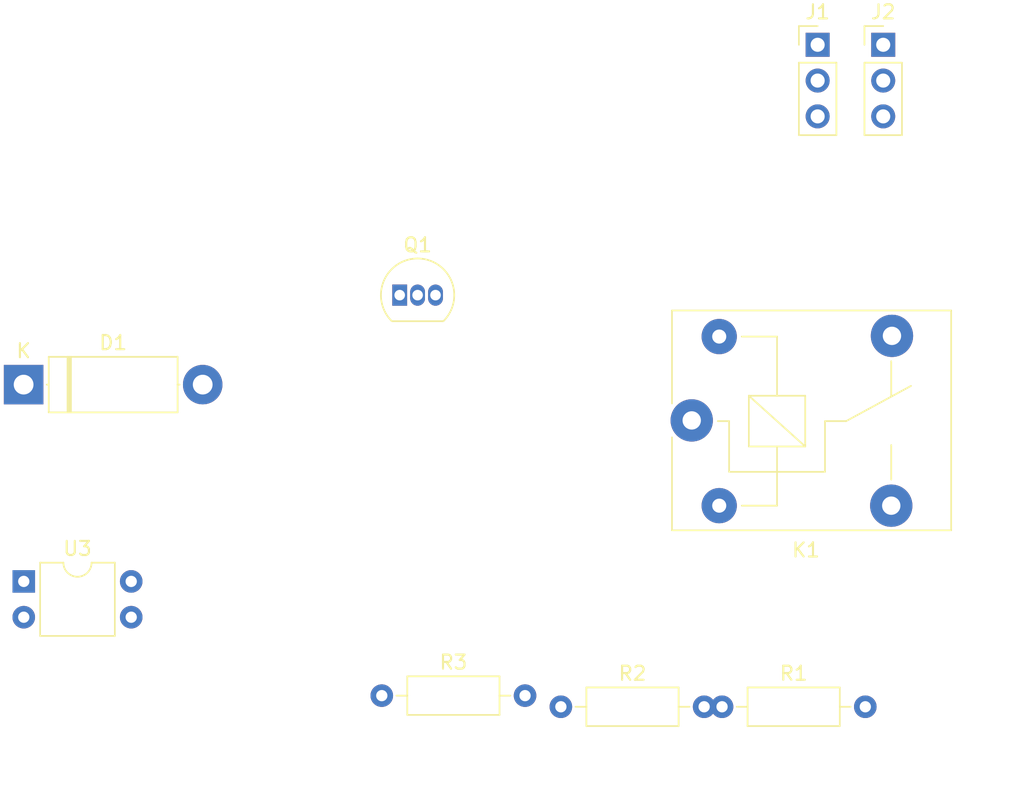
<source format=kicad_pcb>
(kicad_pcb (version 20240108) (generator "pcbnew") (generator_version "8.0")
  (layers (0 "F.Cu" signal) (31 "B.Cu" signal) (34 "B.Paste" user) (35 "F.Paste" user) (36 "B.SilkS" user "B.Silkscreen") (37 "F.SilkS" user "F.Silkscreen") (38 "B.Mask" user) (39 "F.Mask" user) (44 "Edge.Cuts" user))
  (net 0 "")
  (net 1 "+5V")
  (net 2 "Net-(D1-A)")
  (net 3 "GND")
  (net 4 "GPIO")
  (net 5 "NO")
  (net 6 "Polo")
  (net 7 "NC")
  (net 8 "Net-(Q1-B)")
  (net 9 "Net-(Q1-E)")
  (net 10 "Net-(R1-Pad1)")
  (net 11 "Net-(R2-Pad2)")
  (footprint "Diode_THT:D_5W_P12.70mm_Horizontal" (layer "F.Cu") (at 101.6 105.41)
    (property "Reference" "D1" (at 6.35 -2.97 0) (layer "F.SilkS"))
    (property "Value" "DIODE")
    (fp_line (start 1.64 0) (end 1.78 0) (stroke (width 0.12)) (layer "F.SilkS"))
    (fp_line (start 1.78 -1.97) (end 1.78 1.97) (stroke (width 0.12)) (layer "F.SilkS"))
    (fp_line (start 1.78 1.97) (end 10.92 1.97) (stroke (width 0.12)) (layer "F.SilkS"))
    (fp_line (start 3.115 -1.97) (end 3.115 1.97) (stroke (width 0.12)) (layer "F.SilkS"))
    (fp_line (start 3.235 -1.97) (end 3.235 1.97) (stroke (width 0.12)) (layer "F.SilkS"))
    (fp_line (start 3.355 -1.97) (end 3.355 1.97) (stroke (width 0.12)) (layer "F.SilkS"))
    (fp_line (start 10.92 -1.97) (end 1.78 -1.97) (stroke (width 0.12)) (layer "F.SilkS"))
    (fp_line (start 10.92 1.97) (end 10.92 -1.97) (stroke (width 0.12)) (layer "F.SilkS"))
    (fp_line (start 11.06 0) (end 10.92 0) (stroke (width 0.12)) (layer "F.SilkS"))
    (fp_text user "K" (at 0 -2.4 0) (layer "F.SilkS"))
    (pad "1" thru_hole rect (at 0 0) (size 2.8 2.8) (drill 1.4) (layers "*.Cu" "*.Mask") (net 2 "Net-(D1-A)"))
    (pad "2" thru_hole oval (at 12.7 0) (size 2.8 2.8) (drill 1.4) (layers "*.Cu" "*.Mask") (net 1 "+5V"))
  )
  (footprint "Package_TO_SOT_THT:TO-92_Inline" (layer "F.Cu") (at 128.27 99.06)
    (property "Reference" "Q1" (at 1.27 -3.56 0) (layer "F.SilkS"))
    (property "Value" "2N2222")
    (fp_line (start -0.53 1.85) (end 3.07 1.85) (stroke (width 0.12)) (layer "F.SilkS"))
    (fp_arc (start -0.568478 1.838478) (mid -1.132087 -0.994977) (end 1.27 -2.6) (stroke (width 0.12)) (layer "F.SilkS"))
    (fp_arc (start 1.27 -2.6) (mid 3.672087 -0.994977) (end 3.108478 1.838478) (stroke (width 0.12)) (layer "F.SilkS"))
    (pad "1" thru_hole rect (at 0 0) (size 1.05 1.5) (drill 0.75) (layers "*.Cu" "*.Mask") (net 2 "Net-(D1-A)"))
    (pad "2" thru_hole oval (at 1.27 0) (size 1.05 1.5) (drill 0.75) (layers "*.Cu" "*.Mask") (net 8 "Net-(Q1-B)"))
    (pad "3" thru_hole oval (at 2.54 0) (size 1.05 1.5) (drill 0.75) (layers "*.Cu" "*.Mask") (net 9 "Net-(Q1-E)"))
  )
  (footprint "Resistor_THT:R_Axial_DIN0207_L6.3mm_D2.5mm_P10.16mm_Horizontal" (layer "F.Cu") (at 139.7 128.27)
    (property "Reference" "R2" (at 5.08 -2.37 0) (layer "F.SilkS"))
    (property "Value" "220")
    (fp_line (start 1.04 0) (end 1.81 0) (stroke (width 0.12)) (layer "F.SilkS"))
    (fp_line (start 1.81 -1.37) (end 1.81 1.37) (stroke (width 0.12)) (layer "F.SilkS"))
    (fp_line (start 1.81 1.37) (end 8.35 1.37) (stroke (width 0.12)) (layer "F.SilkS"))
    (fp_line (start 8.35 -1.37) (end 1.81 -1.37) (stroke (width 0.12)) (layer "F.SilkS"))
    (fp_line (start 8.35 1.37) (end 8.35 -1.37) (stroke (width 0.12)) (layer "F.SilkS"))
    (fp_line (start 9.12 0) (end 8.35 0) (stroke (width 0.12)) (layer "F.SilkS"))
    (pad "1" thru_hole circle (at 0 0) (size 1.6 1.6) (drill 0.8) (layers "*.Cu" "*.Mask") (net 4 "GPIO"))
    (pad "2" thru_hole oval (at 10.16 0) (size 1.6 1.6) (drill 0.8) (layers "*.Cu" "*.Mask") (net 11 "Net-(R2-Pad2)"))
  )
  (footprint "Connector_PinHeader_2.54mm:PinHeader_1x03_P2.54mm_Vertical" (layer "F.Cu") (at 157.91 81.295)
    (property "Reference" "J1" (at 0 -2.33 0) (layer "F.SilkS"))
    (property "Value" "TB_1X3")
    (fp_line (start -1.33 -1.33) (end 0 -1.33) (stroke (width 0.12)) (layer "F.SilkS"))
    (fp_line (start -1.33 0) (end -1.33 -1.33) (stroke (width 0.12)) (layer "F.SilkS"))
    (fp_line (start -1.33 1.27) (end -1.33 6.41) (stroke (width 0.12)) (layer "F.SilkS"))
    (fp_line (start -1.33 1.27) (end 1.33 1.27) (stroke (width 0.12)) (layer "F.SilkS"))
    (fp_line (start -1.33 6.41) (end 1.33 6.41) (stroke (width 0.12)) (layer "F.SilkS"))
    (fp_line (start 1.33 1.27) (end 1.33 6.41) (stroke (width 0.12)) (layer "F.SilkS"))
    (pad "1" thru_hole rect (at 0 0) (size 1.7 1.7) (drill 1) (layers "*.Cu" "*.Mask") (net 1 "+5V"))
    (pad "2" thru_hole oval (at 0 2.54) (size 1.7 1.7) (drill 1) (layers "*.Cu" "*.Mask") (net 4 "GPIO"))
    (pad "3" thru_hole oval (at 0 5.08) (size 1.7 1.7) (drill 1) (layers "*.Cu" "*.Mask") (net 3 "GND"))
  )
  (footprint "Package_DIP:DIP-4_W7.62mm" (layer "F.Cu") (at 101.61 119.375)
    (property "Reference" "U3" (at 3.81 -2.33 0) (layer "F.SilkS"))
    (property "Value" "PC817")
    (fp_line (start 1.16 -1.33) (end 1.16 3.87) (stroke (width 0.12)) (layer "F.SilkS"))
    (fp_line (start 1.16 3.87) (end 6.46 3.87) (stroke (width 0.12)) (layer "F.SilkS"))
    (fp_line (start 2.81 -1.33) (end 1.16 -1.33) (stroke (width 0.12)) (layer "F.SilkS"))
    (fp_line (start 6.46 -1.33) (end 4.81 -1.33) (stroke (width 0.12)) (layer "F.SilkS"))
    (fp_line (start 6.46 3.87) (end 6.46 -1.33) (stroke (width 0.12)) (layer "F.SilkS"))
    (fp_arc (start 4.81 -1.33) (mid 3.81 -0.33) (end 2.81 -1.33) (stroke (width 0.12)) (layer "F.SilkS"))
    (pad "1" thru_hole rect (at 0 0) (size 1.6 1.6) (drill 0.8) (layers "*.Cu" "*.Mask") (net 11 "Net-(R2-Pad2)"))
    (pad "2" thru_hole oval (at 0 2.54) (size 1.6 1.6) (drill 0.8) (layers "*.Cu" "*.Mask") (net 3 "GND"))
    (pad "3" thru_hole oval (at 7.62 2.54) (size 1.6 1.6) (drill 0.8) (layers "*.Cu" "*.Mask") (net 10 "Net-(R1-Pad1)"))
    (pad "4" thru_hole oval (at 7.62 0) (size 1.6 1.6) (drill 0.8) (layers "*.Cu" "*.Mask") (net 1 "+5V"))
  )
  (footprint "Resistor_THT:R_Axial_DIN0207_L6.3mm_D2.5mm_P10.16mm_Horizontal" (layer "F.Cu") (at 151.13 128.27)
    (property "Reference" "R1" (at 5.08 -2.37 0) (layer "F.SilkS"))
    (property "Value" "1K")
    (fp_line (start 1.04 0) (end 1.81 0) (stroke (width 0.12)) (layer "F.SilkS"))
    (fp_line (start 1.81 -1.37) (end 1.81 1.37) (stroke (width 0.12)) (layer "F.SilkS"))
    (fp_line (start 1.81 1.37) (end 8.35 1.37) (stroke (width 0.12)) (layer "F.SilkS"))
    (fp_line (start 8.35 -1.37) (end 1.81 -1.37) (stroke (width 0.12)) (layer "F.SilkS"))
    (fp_line (start 8.35 1.37) (end 8.35 -1.37) (stroke (width 0.12)) (layer "F.SilkS"))
    (fp_line (start 9.12 0) (end 8.35 0) (stroke (width 0.12)) (layer "F.SilkS"))
    (pad "1" thru_hole circle (at 0 0) (size 1.6 1.6) (drill 0.8) (layers "*.Cu" "*.Mask") (net 10 "Net-(R1-Pad1)"))
    (pad "2" thru_hole oval (at 10.16 0) (size 1.6 1.6) (drill 0.8) (layers "*.Cu" "*.Mask") (net 8 "Net-(Q1-B)"))
  )
  (footprint "Resistor_THT:R_Axial_DIN0207_L6.3mm_D2.5mm_P10.16mm_Horizontal" (layer "F.Cu") (at 127 127.48)
    (property "Reference" "R3" (at 5.08 -2.37 0) (layer "F.SilkS"))
    (property "Value" "10K")
    (fp_line (start 1.04 0) (end 1.81 0) (stroke (width 0.12)) (layer "F.SilkS"))
    (fp_line (start 1.81 -1.37) (end 1.81 1.37) (stroke (width 0.12)) (layer "F.SilkS"))
    (fp_line (start 1.81 1.37) (end 8.35 1.37) (stroke (width 0.12)) (layer "F.SilkS"))
    (fp_line (start 8.35 -1.37) (end 1.81 -1.37) (stroke (width 0.12)) (layer "F.SilkS"))
    (fp_line (start 8.35 1.37) (end 8.35 -1.37) (stroke (width 0.12)) (layer "F.SilkS"))
    (fp_line (start 9.12 0) (end 8.35 0) (stroke (width 0.12)) (layer "F.SilkS"))
    (pad "1" thru_hole circle (at 0 0) (size 1.6 1.6) (drill 0.8) (layers "*.Cu" "*.Mask") (net 3 "GND"))
    (pad "2" thru_hole oval (at 10.16 0) (size 1.6 1.6) (drill 0.8) (layers "*.Cu" "*.Mask") (net 9 "Net-(Q1-E)"))
  )
  (footprint "Relay_THT:Relay_SPDT_SANYOU_SRD_Series_Form_C" (layer "F.Cu") (at 148.98 107.95)
    (property "Reference" "K1" (at 8.1 9.2 0) (layer "F.SilkS"))
    (property "Value" "RELAY_C")
    (fp_line (start -1.4 -7.8) (end -1.4 -1.2) (stroke (width 0.12)) (layer "F.SilkS"))
    (fp_line (start -1.4 -7.8) (end 18.4 -7.8) (stroke (width 0.12)) (layer "F.SilkS"))
    (fp_line (start -1.4 1.2) (end -1.4 7.8) (stroke (width 0.12)) (layer "F.SilkS"))
    (fp_line (start 2.65 0.05) (end 1.85 0.05) (stroke (width 0.12)) (layer "F.SilkS"))
    (fp_line (start 2.65 0.05) (end 2.65 3.65) (stroke (width 0.12)) (layer "F.SilkS"))
    (fp_line (start 3.55 6.05) (end 6.05 6.05) (stroke (width 0.12)) (layer "F.SilkS"))
    (fp_line (start 4.05 -1.75) (end 8.05 -1.75) (stroke (width 0.12)) (layer "F.SilkS"))
    (fp_line (start 4.05 1.85) (end 4.05 -1.75) (stroke (width 0.12)) (layer "F.SilkS"))
    (fp_line (start 6.05 -5.95) (end 3.55 -5.95) (stroke (width 0.12)) (layer "F.SilkS"))
    (fp_line (start 6.05 -5.95) (end 6.05 -1.75) (stroke (width 0.12)) (layer "F.SilkS"))
    (fp_line (start 6.05 1.85) (end 6.05 6.05) (stroke (width 0.12)) (layer "F.SilkS"))
    (fp_line (start 8.05 -1.75) (end 8.05 1.85) (stroke (width 0.12)) (layer "F.SilkS"))
    (fp_line (start 8.05 1.85) (end 4.05 -1.75) (stroke (width 0.12)) (layer "F.SilkS"))
    (fp_line (start 8.05 1.85) (end 4.05 1.85) (stroke (width 0.12)) (layer "F.SilkS"))
    (fp_line (start 9.45 0.05) (end 9.45 3.65) (stroke (width 0.12)) (layer "F.SilkS"))
    (fp_line (start 9.45 0.05) (end 10.95 0.05) (stroke (width 0.12)) (layer "F.SilkS"))
    (fp_line (start 9.45 3.65) (end 2.65 3.65) (stroke (width 0.12)) (layer "F.SilkS"))
    (fp_line (start 10.95 0.05) (end 15.55 -2.45) (stroke (width 0.12)) (layer "F.SilkS"))
    (fp_line (start 14.15 -4.2) (end 14.15 -1.7) (stroke (width 0.12)) (layer "F.SilkS"))
    (fp_line (start 14.15 4.2) (end 14.15 1.75) (stroke (width 0.12)) (layer "F.SilkS"))
    (fp_line (start 18.4 -7.8) (end 18.4 7.8) (stroke (width 0.12)) (layer "F.SilkS"))
    (fp_line (start 18.4 7.8) (end -1.4 7.8) (stroke (width 0.12)) (layer "F.SilkS"))
    (pad "1" thru_hole circle (at 0 0 90) (size 3 3) (drill 1.3) (layers "*.Cu" "*.Mask") (net 6 "Polo"))
    (pad "2" thru_hole circle (at 1.95 6.05 90) (size 2.5 2.5) (drill 1) (layers "*.Cu" "*.Mask") (net 2 "Net-(D1-A)"))
    (pad "3" thru_hole circle (at 14.15 6.05 90) (size 3 3) (drill 1.3) (layers "*.Cu" "*.Mask") (net 5 "NO"))
    (pad "4" thru_hole circle (at 14.2 -6 90) (size 3 3) (drill 1.3) (layers "*.Cu" "*.Mask") (net 7 "NC"))
    (pad "5" thru_hole circle (at 1.95 -5.95 90) (size 2.5 2.5) (drill 1) (layers "*.Cu" "*.Mask") (net 1 "+5V"))
  )
  (footprint "Connector_PinHeader_2.54mm:PinHeader_1x03_P2.54mm_Vertical" (layer "F.Cu") (at 162.56 81.295)
    (property "Reference" "J2" (at 0 -2.33 0) (layer "F.SilkS"))
    (property "Value" "TB_1X3")
    (fp_line (start -1.33 -1.33) (end 0 -1.33) (stroke (width 0.12)) (layer "F.SilkS"))
    (fp_line (start -1.33 0) (end -1.33 -1.33) (stroke (width 0.12)) (layer "F.SilkS"))
    (fp_line (start -1.33 1.27) (end -1.33 6.41) (stroke (width 0.12)) (layer "F.SilkS"))
    (fp_line (start -1.33 1.27) (end 1.33 1.27) (stroke (width 0.12)) (layer "F.SilkS"))
    (fp_line (start -1.33 6.41) (end 1.33 6.41) (stroke (width 0.12)) (layer "F.SilkS"))
    (fp_line (start 1.33 1.27) (end 1.33 6.41) (stroke (width 0.12)) (layer "F.SilkS"))
    (pad "1" thru_hole rect (at 0 0) (size 1.7 1.7) (drill 1) (layers "*.Cu" "*.Mask") (net 6 "Polo"))
    (pad "2" thru_hole oval (at 0 2.54) (size 1.7 1.7) (drill 1) (layers "*.Cu" "*.Mask") (net 5 "NO"))
    (pad "3" thru_hole oval (at 0 5.08) (size 1.7 1.7) (drill 1) (layers "*.Cu" "*.Mask") (net 7 "NC"))
  )
)
</source>
